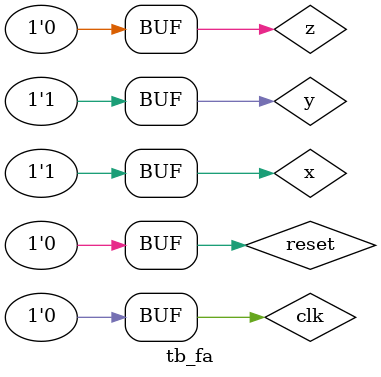
<source format=sv>

module tb_fa;
  //logic x, y, cin, cout, s;
  logic x, y, z, clk, reset, c, s;

  // invoke an instance of the full adder
  //fa full_adder (.*); 
  fa full_adder (x, y, z, clk, reset, c, s); 
  
  // Clock generator
  always
  begin
    #10 clk = 1;
    #10 clk = 0;
  end
  
  initial
  begin
  clk = 0;
  reset <= 0;
  
	z <= 1'b0;
	

	// s = 0
  x <= 1'b0;
  y <= 1'b0;
  
  #2ns reset <= 1;
  
  #2ns reset <= 0;
	
	// s = 1
  #5ns y <= '1;
  
  #3ns reset <= 1;
  #2ns reset <= 0;
  
  #25ns x <= '1;

  end
endmodule

</source>
